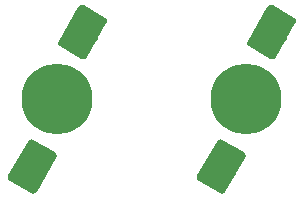
<source format=gtp>
G04 #@! TF.GenerationSoftware,KiCad,Pcbnew,(5.1.4)-1*
G04 #@! TF.CreationDate,2020-09-24T22:44:40-04:00*
G04 #@! TF.ProjectId,Headlight Right,48656164-6c69-4676-9874-205269676874,rev?*
G04 #@! TF.SameCoordinates,Original*
G04 #@! TF.FileFunction,Paste,Top*
G04 #@! TF.FilePolarity,Positive*
%FSLAX46Y46*%
G04 Gerber Fmt 4.6, Leading zero omitted, Abs format (unit mm)*
G04 Created by KiCad (PCBNEW (5.1.4)-1) date 2020-09-24 22:44:40*
%MOMM*%
%LPD*%
G04 APERTURE LIST*
%ADD10C,0.100000*%
%ADD11C,2.750000*%
%ADD12C,6.000001*%
G04 APERTURE END LIST*
D10*
G36*
X108345929Y-103405363D02*
G01*
X108379118Y-103411402D01*
X108411556Y-103420665D01*
X108442929Y-103433063D01*
X108472936Y-103448476D01*
X110259114Y-104479726D01*
X110287466Y-104498006D01*
X110313889Y-104518977D01*
X110338130Y-104542437D01*
X110359954Y-104568160D01*
X110379152Y-104595899D01*
X110395539Y-104625385D01*
X110408957Y-104656336D01*
X110419276Y-104688453D01*
X110426398Y-104721427D01*
X110430253Y-104754940D01*
X110430805Y-104788669D01*
X110428048Y-104822290D01*
X110422009Y-104855479D01*
X110412746Y-104887917D01*
X110400348Y-104919290D01*
X110384935Y-104949297D01*
X108728685Y-107818007D01*
X108710405Y-107846359D01*
X108689434Y-107872782D01*
X108665974Y-107897023D01*
X108640251Y-107918847D01*
X108612512Y-107938045D01*
X108583026Y-107954432D01*
X108552075Y-107967850D01*
X108519958Y-107978169D01*
X108486984Y-107985291D01*
X108453471Y-107989146D01*
X108419742Y-107989698D01*
X108386121Y-107986941D01*
X108352932Y-107980902D01*
X108320494Y-107971639D01*
X108289121Y-107959241D01*
X108259114Y-107943828D01*
X106472936Y-106912578D01*
X106444584Y-106894298D01*
X106418161Y-106873327D01*
X106393920Y-106849867D01*
X106372096Y-106824144D01*
X106352898Y-106796405D01*
X106336511Y-106766919D01*
X106323093Y-106735968D01*
X106312774Y-106703851D01*
X106305652Y-106670877D01*
X106301797Y-106637364D01*
X106301245Y-106603635D01*
X106304002Y-106570014D01*
X106310041Y-106536825D01*
X106319304Y-106504387D01*
X106331702Y-106473014D01*
X106347115Y-106443007D01*
X108003365Y-103574297D01*
X108021645Y-103545945D01*
X108042616Y-103519522D01*
X108066076Y-103495281D01*
X108091799Y-103473457D01*
X108119538Y-103454259D01*
X108149024Y-103437872D01*
X108179975Y-103424454D01*
X108212092Y-103414135D01*
X108245066Y-103407013D01*
X108278579Y-103403158D01*
X108312308Y-103402606D01*
X108345929Y-103405363D01*
X108345929Y-103405363D01*
G37*
D11*
X108366025Y-105696152D03*
D10*
G36*
X112613879Y-92013059D02*
G01*
X112647068Y-92019098D01*
X112679506Y-92028361D01*
X112710879Y-92040759D01*
X112740886Y-92056172D01*
X114527064Y-93087422D01*
X114555416Y-93105702D01*
X114581839Y-93126673D01*
X114606080Y-93150133D01*
X114627904Y-93175856D01*
X114647102Y-93203595D01*
X114663489Y-93233081D01*
X114676907Y-93264032D01*
X114687226Y-93296149D01*
X114694348Y-93329123D01*
X114698203Y-93362636D01*
X114698755Y-93396365D01*
X114695998Y-93429986D01*
X114689959Y-93463175D01*
X114680696Y-93495613D01*
X114668298Y-93526986D01*
X114652885Y-93556993D01*
X112996635Y-96425703D01*
X112978355Y-96454055D01*
X112957384Y-96480478D01*
X112933924Y-96504719D01*
X112908201Y-96526543D01*
X112880462Y-96545741D01*
X112850976Y-96562128D01*
X112820025Y-96575546D01*
X112787908Y-96585865D01*
X112754934Y-96592987D01*
X112721421Y-96596842D01*
X112687692Y-96597394D01*
X112654071Y-96594637D01*
X112620882Y-96588598D01*
X112588444Y-96579335D01*
X112557071Y-96566937D01*
X112527064Y-96551524D01*
X110740886Y-95520274D01*
X110712534Y-95501994D01*
X110686111Y-95481023D01*
X110661870Y-95457563D01*
X110640046Y-95431840D01*
X110620848Y-95404101D01*
X110604461Y-95374615D01*
X110591043Y-95343664D01*
X110580724Y-95311547D01*
X110573602Y-95278573D01*
X110569747Y-95245060D01*
X110569195Y-95211331D01*
X110571952Y-95177710D01*
X110577991Y-95144521D01*
X110587254Y-95112083D01*
X110599652Y-95080710D01*
X110615065Y-95050703D01*
X112271315Y-92181993D01*
X112289595Y-92153641D01*
X112310566Y-92127218D01*
X112334026Y-92102977D01*
X112359749Y-92081153D01*
X112387488Y-92061955D01*
X112416974Y-92045568D01*
X112447925Y-92032150D01*
X112480042Y-92021831D01*
X112513016Y-92014709D01*
X112546529Y-92010854D01*
X112580258Y-92010302D01*
X112613879Y-92013059D01*
X112613879Y-92013059D01*
G37*
D11*
X112633975Y-94303848D03*
D12*
X110500000Y-100000000D03*
D10*
G36*
X128613879Y-92013059D02*
G01*
X128647068Y-92019098D01*
X128679506Y-92028361D01*
X128710879Y-92040759D01*
X128740886Y-92056172D01*
X130527064Y-93087422D01*
X130555416Y-93105702D01*
X130581839Y-93126673D01*
X130606080Y-93150133D01*
X130627904Y-93175856D01*
X130647102Y-93203595D01*
X130663489Y-93233081D01*
X130676907Y-93264032D01*
X130687226Y-93296149D01*
X130694348Y-93329123D01*
X130698203Y-93362636D01*
X130698755Y-93396365D01*
X130695998Y-93429986D01*
X130689959Y-93463175D01*
X130680696Y-93495613D01*
X130668298Y-93526986D01*
X130652885Y-93556993D01*
X128996635Y-96425703D01*
X128978355Y-96454055D01*
X128957384Y-96480478D01*
X128933924Y-96504719D01*
X128908201Y-96526543D01*
X128880462Y-96545741D01*
X128850976Y-96562128D01*
X128820025Y-96575546D01*
X128787908Y-96585865D01*
X128754934Y-96592987D01*
X128721421Y-96596842D01*
X128687692Y-96597394D01*
X128654071Y-96594637D01*
X128620882Y-96588598D01*
X128588444Y-96579335D01*
X128557071Y-96566937D01*
X128527064Y-96551524D01*
X126740886Y-95520274D01*
X126712534Y-95501994D01*
X126686111Y-95481023D01*
X126661870Y-95457563D01*
X126640046Y-95431840D01*
X126620848Y-95404101D01*
X126604461Y-95374615D01*
X126591043Y-95343664D01*
X126580724Y-95311547D01*
X126573602Y-95278573D01*
X126569747Y-95245060D01*
X126569195Y-95211331D01*
X126571952Y-95177710D01*
X126577991Y-95144521D01*
X126587254Y-95112083D01*
X126599652Y-95080710D01*
X126615065Y-95050703D01*
X128271315Y-92181993D01*
X128289595Y-92153641D01*
X128310566Y-92127218D01*
X128334026Y-92102977D01*
X128359749Y-92081153D01*
X128387488Y-92061955D01*
X128416974Y-92045568D01*
X128447925Y-92032150D01*
X128480042Y-92021831D01*
X128513016Y-92014709D01*
X128546529Y-92010854D01*
X128580258Y-92010302D01*
X128613879Y-92013059D01*
X128613879Y-92013059D01*
G37*
D11*
X128633975Y-94303848D03*
D10*
G36*
X124345929Y-103405363D02*
G01*
X124379118Y-103411402D01*
X124411556Y-103420665D01*
X124442929Y-103433063D01*
X124472936Y-103448476D01*
X126259114Y-104479726D01*
X126287466Y-104498006D01*
X126313889Y-104518977D01*
X126338130Y-104542437D01*
X126359954Y-104568160D01*
X126379152Y-104595899D01*
X126395539Y-104625385D01*
X126408957Y-104656336D01*
X126419276Y-104688453D01*
X126426398Y-104721427D01*
X126430253Y-104754940D01*
X126430805Y-104788669D01*
X126428048Y-104822290D01*
X126422009Y-104855479D01*
X126412746Y-104887917D01*
X126400348Y-104919290D01*
X126384935Y-104949297D01*
X124728685Y-107818007D01*
X124710405Y-107846359D01*
X124689434Y-107872782D01*
X124665974Y-107897023D01*
X124640251Y-107918847D01*
X124612512Y-107938045D01*
X124583026Y-107954432D01*
X124552075Y-107967850D01*
X124519958Y-107978169D01*
X124486984Y-107985291D01*
X124453471Y-107989146D01*
X124419742Y-107989698D01*
X124386121Y-107986941D01*
X124352932Y-107980902D01*
X124320494Y-107971639D01*
X124289121Y-107959241D01*
X124259114Y-107943828D01*
X122472936Y-106912578D01*
X122444584Y-106894298D01*
X122418161Y-106873327D01*
X122393920Y-106849867D01*
X122372096Y-106824144D01*
X122352898Y-106796405D01*
X122336511Y-106766919D01*
X122323093Y-106735968D01*
X122312774Y-106703851D01*
X122305652Y-106670877D01*
X122301797Y-106637364D01*
X122301245Y-106603635D01*
X122304002Y-106570014D01*
X122310041Y-106536825D01*
X122319304Y-106504387D01*
X122331702Y-106473014D01*
X122347115Y-106443007D01*
X124003365Y-103574297D01*
X124021645Y-103545945D01*
X124042616Y-103519522D01*
X124066076Y-103495281D01*
X124091799Y-103473457D01*
X124119538Y-103454259D01*
X124149024Y-103437872D01*
X124179975Y-103424454D01*
X124212092Y-103414135D01*
X124245066Y-103407013D01*
X124278579Y-103403158D01*
X124312308Y-103402606D01*
X124345929Y-103405363D01*
X124345929Y-103405363D01*
G37*
D11*
X124366025Y-105696152D03*
D12*
X126500000Y-100000000D03*
M02*

</source>
